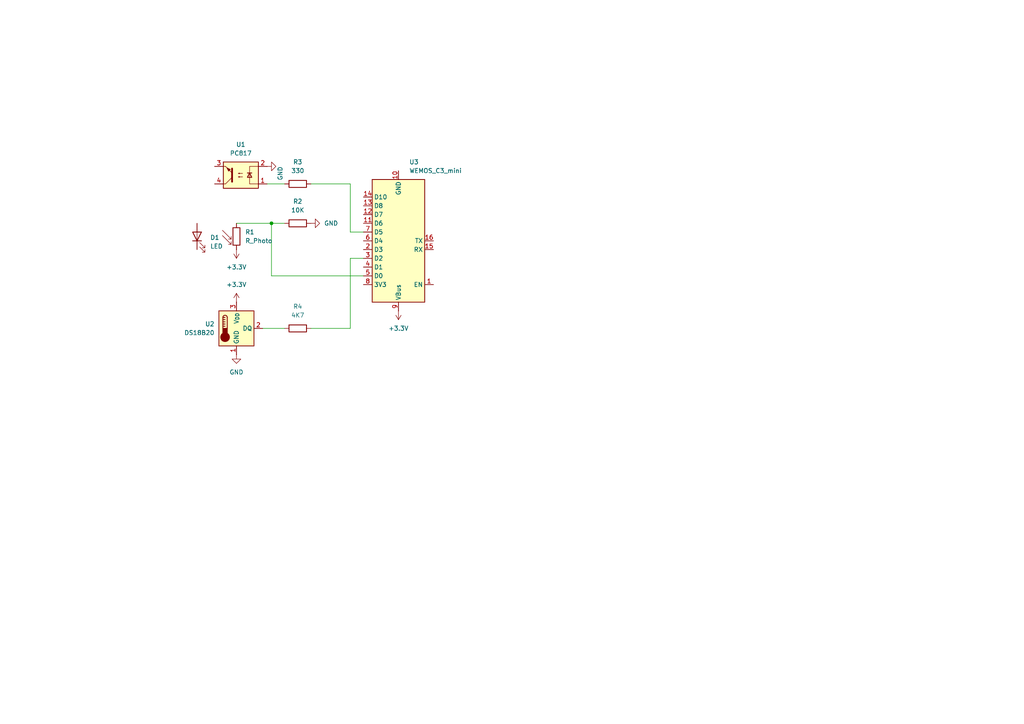
<source format=kicad_sch>
(kicad_sch (version 20250114) (generator "eeschema") (generator_version "9.0")
  (paper "A4")
  (lib_symbols
    (symbol "Device:LED" (pin_numbers (hide yes)) (pin_names (offset 1.016) (hide yes))
      (property "Reference" "D" (at 0 2.54 0))
      (property "Value" "LED" (at 0 -2.54 0))
      (symbol "LED_0_1"
        (polyline (pts (xy -3.048 -0.762) (xy -4.572 -2.286) (xy -3.81 -2.286) (xy -4.572 -2.286) (xy -4.572 -1.524)))
        (polyline (pts (xy -1.778 -0.762) (xy -3.302 -2.286) (xy -2.54 -2.286) (xy -3.302 -2.286) (xy -3.302 -1.524)))
        (polyline (pts (xy -1.27 0) (xy 1.27 0)))
        (polyline (pts (xy -1.27 -1.27) (xy -1.27 1.27)) (stroke (width 0.254)))
        (polyline (pts (xy 1.27 -1.27) (xy 1.27 1.27) (xy -1.27 0) (xy 1.27 -1.27)) (stroke (width 0.254)))
      )
      (symbol "LED_1_1"
        (pin passive line (at -3.81 0 0) (length 2.54) (name "K") (number "1"))
        (pin passive line (at 3.81 0 180) (length 2.54) (name "A") (number "2"))
      )
    )
    (symbol "Device:R" (pin_numbers (hide yes)) (pin_names (offset 0))
      (property "Reference" "R" (at 2.032 0 90))
      (property "Value" "R" (at 0 0 90))
      (symbol "R_0_1"
        (rectangle (start -1.016 -2.54) (end 1.016 2.54) (stroke (width 0.254)))
      )
      (symbol "R_1_1"
        (pin passive line (at 0 3.81 270) (length 1.27) (name "~") (number "1"))
        (pin passive line (at 0 -3.81 90) (length 1.27) (name "~") (number "2"))
      )
    )
    (symbol "Device:R_Photo" (pin_numbers (hide yes)) (pin_names (offset 0))
      (property "Reference" "R" (at 1.27 1.27 0))
      (property "Value" "R_Photo" (at 1.27 0 0))
      (symbol "R_Photo_0_1"
        (polyline (pts (xy -1.524 -0.762) (xy -4.064 1.778)))
        (polyline (pts (xy -1.524 -0.762) (xy -2.286 -0.762)))
        (polyline (pts (xy -1.524 -0.762) (xy -1.524 0)))
        (polyline (pts (xy -1.524 -2.286) (xy -4.064 0.254)))
        (polyline (pts (xy -1.524 -2.286) (xy -2.286 -2.286)))
        (polyline (pts (xy -1.524 -2.286) (xy -1.524 -1.524)))
        (rectangle (start -1.016 2.54) (end 1.016 -2.54) (stroke (width 0.254)))
      )
      (symbol "R_Photo_1_1"
        (pin passive line (at 0 3.81 270) (length 1.27) (name "~") (number "1"))
        (pin passive line (at 0 -3.81 90) (length 1.27) (name "~") (number "2"))
      )
    )
    (symbol "Isolator:PC817" (pin_names (offset 1.016))
      (property "Reference" "U" (at -5.08 5.08 0))
      (property "Value" "PC817" (at 0 5.08 0))
      (symbol "PC817_0_1"
        (rectangle (start -5.08 3.81) (end 5.08 -3.81) (stroke (width 0.254)) (fill (type background)))
        (polyline (pts (xy -5.08 2.54) (xy -2.54 2.54) (xy -2.54 -0.635)))
        (polyline (pts (xy -3.175 -0.635) (xy -1.905 -0.635)) (stroke (width 0.254)))
        (polyline (pts (xy -2.54 -0.635) (xy -2.54 -2.54) (xy -5.08 -2.54)))
        (polyline (pts (xy -2.54 -0.635) (xy -3.175 0.635) (xy -1.905 0.635) (xy -2.54 -0.635)) (stroke (width 0.254)))
        (polyline (pts (xy -0.508 0.508) (xy 0.762 0.508) (xy 0.381 0.381) (xy 0.381 0.635) (xy 0.762 0.508)))
        (polyline (pts (xy -0.508 -0.508) (xy 0.762 -0.508) (xy 0.381 -0.635) (xy 0.381 -0.381) (xy 0.762 -0.508)))
        (polyline (pts (xy 2.54 1.905) (xy 2.54 -1.905) (xy 2.54 -1.905)) (stroke (width 0.508)))
        (polyline (pts (xy 2.54 0.635) (xy 4.445 2.54)))
        (polyline (pts (xy 3.048 -1.651) (xy 3.556 -1.143) (xy 4.064 -2.159) (xy 3.048 -1.651) (xy 3.048 -1.651)) (fill (type outline)))
        (polyline (pts (xy 4.445 2.54) (xy 5.08 2.54)))
        (polyline (pts (xy 4.445 -2.54) (xy 2.54 -0.635)) (fill (type outline)))
        (polyline (pts (xy 4.445 -2.54) (xy 5.08 -2.54)))
      )
      (symbol "PC817_1_1"
        (pin passive line (at -7.62 2.54 0) (length 2.54) (name "~") (number "1"))
        (pin passive line (at -7.62 -2.54 0) (length 2.54) (name "~") (number "2"))
        (pin passive line (at 7.62 2.54 180) (length 2.54) (name "~") (number "4"))
        (pin passive line (at 7.62 -2.54 180) (length 2.54) (name "~") (number "3"))
      )
    )
    (symbol "RF_Module:WEMOS_C3_mini"
      (property "Reference" "U" (at 3.81 19.05 0))
      (property "Value" "WEMOS_C3_mini" (at 1.27 -19.05 0))
      (symbol "WEMOS_C3_mini_1_1"
        (rectangle (start -7.62 17.78) (end 7.62 -17.78) (stroke (width 0.254)) (fill (type background)))
        (pin input line (at -10.16 12.7 0) (length 2.54) (name "EN") (number "1"))
        (pin input line (at -10.16 2.54 0) (length 2.54) (name "RX") (number "15"))
        (pin output line (at -10.16 0 0) (length 2.54) (name "TX") (number "16"))
        (pin power_in line (at 0 20.32 270) (length 2.54) (name "VBus") (number "9"))
        (pin power_in line (at 0 -20.32 90) (length 2.54) (name "GND") (number "10"))
        (pin power_out line (at 10.16 12.7 180) (length 2.54) (name "3V3") (number "8"))
        (pin bidirectional line (at 10.16 10.16 180) (length 2.54) (name "D0") (number "5"))
        (pin bidirectional line (at 10.16 7.62 180) (length 2.54) (name "D1") (number "4"))
        (pin bidirectional line (at 10.16 5.08 180) (length 2.54) (name "D2") (number "3"))
        (pin bidirectional line (at 10.16 2.54 180) (length 2.54) (name "D3") (number "2"))
        (pin bidirectional line (at 10.16 0 180) (length 2.54) (name "D4") (number "6"))
        (pin bidirectional line (at 10.16 -2.54 180) (length 2.54) (name "D5") (number "7"))
        (pin bidirectional line (at 10.16 -5.08 180) (length 2.54) (name "D6") (number "11"))
        (pin bidirectional line (at 10.16 -7.62 180) (length 2.54) (name "D7") (number "12"))
        (pin bidirectional line (at 10.16 -10.16 180) (length 2.54) (name "D8") (number "13"))
        (pin bidirectional line (at 10.16 -12.7 180) (length 2.54) (name "D10") (number "14"))
      )
    )
    (symbol "Sensor_Temperature:DS18B20"
      (property "Reference" "U" (at -3.81 6.35 0))
      (property "Value" "DS18B20" (at 6.35 6.35 0))
      (symbol "DS18B20_0_1"
        (rectangle (start -5.08 5.08) (end 5.08 -5.08) (stroke (width 0.254)) (fill (type background)))
        (polyline (pts (xy -3.937 3.175) (xy -3.937 0)) (stroke (width 0.254)))
        (polyline (pts (xy -3.937 3.175) (xy -3.302 3.175)) (stroke (width 0.254)))
        (polyline (pts (xy -3.937 2.54) (xy -3.302 2.54)) (stroke (width 0.254)))
        (polyline (pts (xy -3.937 1.905) (xy -3.302 1.905)) (stroke (width 0.254)))
        (polyline (pts (xy -3.937 1.27) (xy -3.302 1.27)) (stroke (width 0.254)))
        (polyline (pts (xy -3.937 0.635) (xy -3.302 0.635)) (stroke (width 0.254)))
        (arc (start -3.937 3.175) (mid -3.302 3.8073) (end -2.667 3.175) (stroke (width 0.254)))
        (circle (center -3.302 -2.54) (radius 1.27) (stroke (width 0.254)) (fill (type outline)))
        (polyline (pts (xy -2.667 3.175) (xy -2.667 0)) (stroke (width 0.254)))
        (rectangle (start -2.667 -1.905) (end -3.937 0) (stroke (width 0.254)) (fill (type outline)))
      )
      (symbol "DS18B20_1_1"
        (pin power_in line (at 0 7.62 270) (length 2.54) (name "V_{DD}") (number "3"))
        (pin power_in line (at 0 -7.62 90) (length 2.54) (name "GND") (number "1"))
        (pin bidirectional line (at 7.62 0 180) (length 2.54) (name "DQ") (number "2"))
      )
    )
    (symbol "power:+3.3V" (power) (pin_numbers (hide yes)) (pin_names (offset 0) (hide yes))
      (property "Value" "+3.3V" (at 0 3.556 0))
      (symbol "+3.3V_0_1"
        (polyline (pts (xy -0.762 1.27) (xy 0 2.54)))
        (polyline (pts (xy 0 2.54) (xy 0.762 1.27)))
        (polyline (pts (xy 0 0) (xy 0 2.54)))
      )
      (symbol "+3.3V_1_1"
        (pin power_in line (at 0 0 90) (length 0) (name "~") (number "1"))
      )
    )
    (symbol "power:GND" (power) (pin_numbers (hide yes)) (pin_names (offset 0) (hide yes))
      (property "Value" "GND" (at 0 -3.81 0))
      (symbol "GND_0_1"
        (polyline (pts (xy 0 0) (xy 0 -1.27) (xy 1.27 -1.27) (xy 0 -2.54) (xy -1.27 -1.27) (xy 0 -1.27)))
      )
      (symbol "GND_1_1"
        (pin power_in line (at 0 0 270) (length 0) (name "~") (number "1"))
      )
    )
  )
  (junction (at 78.74 64.77))
  (wire (pts (xy 101.6 67.31) (xy 105.41 67.31)))
  (wire (pts (xy 101.6 74.93) (xy 101.6 95.25)))
  (wire (pts (xy 77.47 53.34) (xy 82.55 53.34)))
  (wire (pts (xy 90.17 53.34) (xy 101.6 53.34)))
  (wire (pts (xy 105.41 80.01) (xy 78.74 80.01)))
  (wire (pts (xy 105.41 74.93) (xy 101.6 74.93)))
  (wire (pts (xy 90.17 95.25) (xy 101.6 95.25)))
  (wire (pts (xy 76.2 95.25) (xy 82.55 95.25)))
  (wire (pts (xy 78.74 64.77) (xy 68.58 64.77)))
  (wire (pts (xy 78.74 80.01) (xy 78.74 64.77)))
  (wire (pts (xy 101.6 53.34) (xy 101.6 67.31)))
  (wire (pts (xy 78.74 64.77) (xy 82.55 64.77)))
  (symbol (lib_id "Device:R") (at 86.36 64.77 90) (unit 1)
    (property "Reference" "R2" (at 86.36 58.42 90))
    (property "Value" "10K" (at 86.36 60.96 90))
    (property "Description" "Resistor" (effects (hide yes)))
  )
  (symbol (lib_id "power:GND") (at 90.17 64.77 90) (unit 1)
    (property "Reference" "#PWR04" (effects (hide yes)))
    (property "Value" "GND" (at 93.98 64.7699 90) (effects (justify right)))
    (property "Description" "Power symbol creates a global label with name \"GND\" , ground" (effects (hide yes)))
  )
  (symbol (lib_id "power:+3.3V") (at 68.58 87.63 0) (unit 1)
    (property "Reference" "#PWR01" (effects (hide yes)))
    (property "Value" "+3.3V" (at 68.58 82.55 0))
    (property "Description" "Power symbol creates a global label with name \"+3.3V\"" (effects (hide yes)))
  )
  (symbol (lib_id "Device:R") (at 86.36 53.34 90) (unit 1)
    (property "Reference" "R3" (at 86.36 46.99 90))
    (property "Value" "330" (at 86.36 49.53 90))
    (property "Description" "Resistor" (effects (hide yes)))
  )
  (symbol (lib_id "power:+3.3V") (at 68.58 72.39 180) (unit 1)
    (property "Reference" "#PWR03" (effects (hide yes)))
    (property "Value" "+3.3V" (at 68.58 77.47 0))
    (property "Description" "Power symbol creates a global label with name \"+3.3V\"" (effects (hide yes)))
  )
  (symbol (lib_id "Device:LED") (at 57.15 68.58 90) (unit 1)
    (property "Reference" "D1" (at 60.96 68.8974 90) (effects (justify right)))
    (property "Value" "LED" (at 60.96 71.4374 90) (effects (justify right)))
    (property "Description" "Light emitting diode" (effects (hide yes)))
    (property "Sim.Pins" "1=K 2=A" (effects (hide yes)))
  )
  (symbol (lib_id "power:GND") (at 77.47 48.26 90) (unit 1)
    (property "Reference" "#PWR05" (effects (hide yes)))
    (property "Value" "GND" (at 81.28 48.2599 0) (effects (justify right)))
    (property "Description" "Power symbol creates a global label with name \"GND\" , ground" (effects (hide yes)))
  )
  (symbol (lib_id "Device:R") (at 86.36 95.25 90) (unit 1)
    (property "Reference" "R4" (at 86.36 88.9 90))
    (property "Value" "4K7" (at 86.36 91.44 90))
    (property "Description" "Resistor" (effects (hide yes)))
  )
  (symbol (lib_id "Isolator:PC817") (at 69.85 50.8 180) (unit 1)
    (property "Reference" "U1" (at 69.85 41.91 0))
    (property "Value" "PC817" (at 69.85 44.45 0))
    (property "Footprint" "Package_DIP:DIP-4_W7.62mm" (effects (hide yes)))
    (property "Datasheet" "http://www.soselectronic.cz/a_info/resource/d/pc817.pdf" (effects (hide yes)))
    (property "Description" "DC Optocoupler, Vce 35V, CTR 50-300%, DIP-4" (effects (hide yes)))
  )
  (symbol (lib_id "Sensor_Temperature:DS18B20") (at 68.58 95.25 0) (unit 1)
    (property "Reference" "U2" (at 62.23 93.9799 0) (effects (justify right)))
    (property "Value" "DS18B20" (at 62.23 96.5199 0) (effects (justify right)))
    (property "Footprint" "Package_TO_SOT_THT:TO-92_Inline" (effects (hide yes)))
    (property "Datasheet" "http://datasheets.maximintegrated.com/en/ds/DS18B20.pdf" (effects (hide yes)))
    (property "Description" "Programmable Resolution 1-Wire Digital Thermometer TO-92" (effects (hide yes)))
  )
  (symbol (lib_id "Device:R_Photo") (at 68.58 68.58 0) (unit 1)
    (property "Reference" "R1" (at 71.12 67.3099 0) (effects (justify left)))
    (property "Value" "R_Photo" (at 71.12 69.8499 0) (effects (justify left)))
    (property "Description" "Photoresistor" (effects (hide yes)))
  )
  (symbol (lib_id "power:GND") (at 68.58 102.87 0) (unit 1)
    (property "Reference" "#PWR06" (effects (hide yes)))
    (property "Value" "GND" (at 68.58 107.95 0))
    (property "Description" "Power symbol creates a global label with name \"GND\" , ground" (effects (hide yes)))
  )
  (symbol (lib_id "power:+3.3V") (at 115.57 90.17 180) (unit 1)
    (property "Reference" "#PWR02" (effects (hide yes)))
    (property "Value" "+3.3V" (at 115.57 95.25 0))
    (property "Description" "Power symbol creates a global label with name \"+3.3V\"" (effects (hide yes)))
  )
  (symbol (lib_id "RF_Module:WEMOS_C3_mini") (at 115.57 69.85 180) (unit 1)
    (property "Reference" "U3" (at 118.6881 46.99 0) (effects (justify right)))
    (property "Value" "WEMOS_C3_mini" (at 118.6881 49.53 0) (effects (justify right)))
    (property "Footprint" "RF_Module:WEMOS_C3_mini" (effects (hide yes)))
    (property "Datasheet" "https://www.wemos.cc/en/latest/c3/c3_mini.html" (effects (hide yes)))
    (property "Description" "32-bit microcontroller module with WiFi" (effects (hide yes)))
  )
)
</source>
